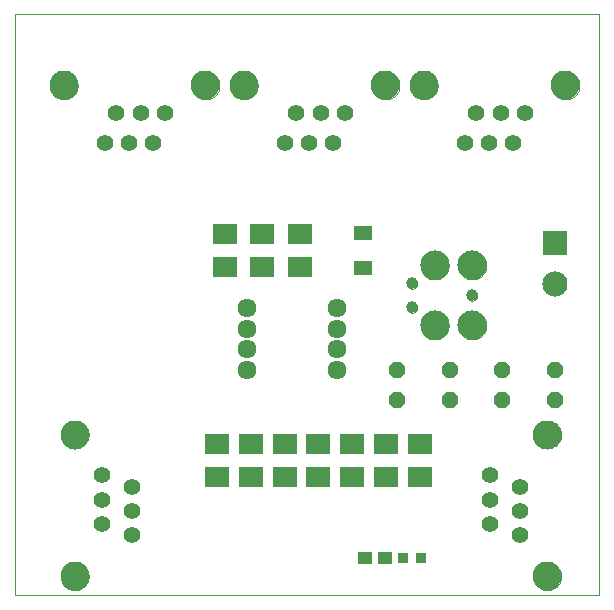
<source format=gts>
G75*
G70*
%OFA0B0*%
%FSLAX24Y24*%
%IPPOS*%
%LPD*%
%AMOC8*
5,1,8,0,0,1.08239X$1,22.5*
%
%ADD10C,0.0000*%
%ADD11OC8,0.0560*%
%ADD12R,0.0840X0.0840*%
%ADD13C,0.0840*%
%ADD14C,0.0555*%
%ADD15C,0.0969*%
%ADD16C,0.0634*%
%ADD17R,0.0827X0.0670*%
%ADD18R,0.0473X0.0434*%
%ADD19R,0.0355X0.0355*%
%ADD20C,0.0390*%
%ADD21C,0.0975*%
%ADD22R,0.0591X0.0512*%
D10*
X000483Y000350D02*
X000483Y019721D01*
X019978Y019721D01*
X019978Y000350D01*
X000483Y000350D01*
X002018Y000988D02*
X002020Y001031D01*
X002026Y001073D01*
X002036Y001115D01*
X002049Y001156D01*
X002067Y001195D01*
X002088Y001233D01*
X002112Y001268D01*
X002139Y001301D01*
X002170Y001332D01*
X002203Y001359D01*
X002238Y001383D01*
X002276Y001404D01*
X002315Y001422D01*
X002356Y001435D01*
X002398Y001445D01*
X002440Y001451D01*
X002483Y001453D01*
X002526Y001451D01*
X002568Y001445D01*
X002610Y001435D01*
X002651Y001422D01*
X002690Y001404D01*
X002728Y001383D01*
X002763Y001359D01*
X002796Y001332D01*
X002827Y001301D01*
X002854Y001268D01*
X002878Y001233D01*
X002899Y001195D01*
X002917Y001156D01*
X002930Y001115D01*
X002940Y001073D01*
X002946Y001031D01*
X002948Y000988D01*
X002946Y000945D01*
X002940Y000903D01*
X002930Y000861D01*
X002917Y000820D01*
X002899Y000781D01*
X002878Y000743D01*
X002854Y000708D01*
X002827Y000675D01*
X002796Y000644D01*
X002763Y000617D01*
X002728Y000593D01*
X002690Y000572D01*
X002651Y000554D01*
X002610Y000541D01*
X002568Y000531D01*
X002526Y000525D01*
X002483Y000523D01*
X002440Y000525D01*
X002398Y000531D01*
X002356Y000541D01*
X002315Y000554D01*
X002276Y000572D01*
X002238Y000593D01*
X002203Y000617D01*
X002170Y000644D01*
X002139Y000675D01*
X002112Y000708D01*
X002088Y000743D01*
X002067Y000781D01*
X002049Y000820D01*
X002036Y000861D01*
X002026Y000903D01*
X002020Y000945D01*
X002018Y000988D01*
X002018Y005712D02*
X002020Y005755D01*
X002026Y005797D01*
X002036Y005839D01*
X002049Y005880D01*
X002067Y005919D01*
X002088Y005957D01*
X002112Y005992D01*
X002139Y006025D01*
X002170Y006056D01*
X002203Y006083D01*
X002238Y006107D01*
X002276Y006128D01*
X002315Y006146D01*
X002356Y006159D01*
X002398Y006169D01*
X002440Y006175D01*
X002483Y006177D01*
X002526Y006175D01*
X002568Y006169D01*
X002610Y006159D01*
X002651Y006146D01*
X002690Y006128D01*
X002728Y006107D01*
X002763Y006083D01*
X002796Y006056D01*
X002827Y006025D01*
X002854Y005992D01*
X002878Y005957D01*
X002899Y005919D01*
X002917Y005880D01*
X002930Y005839D01*
X002940Y005797D01*
X002946Y005755D01*
X002948Y005712D01*
X002946Y005669D01*
X002940Y005627D01*
X002930Y005585D01*
X002917Y005544D01*
X002899Y005505D01*
X002878Y005467D01*
X002854Y005432D01*
X002827Y005399D01*
X002796Y005368D01*
X002763Y005341D01*
X002728Y005317D01*
X002690Y005296D01*
X002651Y005278D01*
X002610Y005265D01*
X002568Y005255D01*
X002526Y005249D01*
X002483Y005247D01*
X002440Y005249D01*
X002398Y005255D01*
X002356Y005265D01*
X002315Y005278D01*
X002276Y005296D01*
X002238Y005317D01*
X002203Y005341D01*
X002170Y005368D01*
X002139Y005399D01*
X002112Y005432D01*
X002088Y005467D01*
X002067Y005505D01*
X002049Y005544D01*
X002036Y005585D01*
X002026Y005627D01*
X002020Y005669D01*
X002018Y005712D01*
X013558Y009950D02*
X013560Y009976D01*
X013566Y010002D01*
X013575Y010026D01*
X013588Y010049D01*
X013605Y010069D01*
X013624Y010087D01*
X013646Y010102D01*
X013669Y010113D01*
X013694Y010121D01*
X013720Y010125D01*
X013746Y010125D01*
X013772Y010121D01*
X013797Y010113D01*
X013821Y010102D01*
X013842Y010087D01*
X013861Y010069D01*
X013878Y010049D01*
X013891Y010026D01*
X013900Y010002D01*
X013906Y009976D01*
X013908Y009950D01*
X013906Y009924D01*
X013900Y009898D01*
X013891Y009874D01*
X013878Y009851D01*
X013861Y009831D01*
X013842Y009813D01*
X013820Y009798D01*
X013797Y009787D01*
X013772Y009779D01*
X013746Y009775D01*
X013720Y009775D01*
X013694Y009779D01*
X013669Y009787D01*
X013645Y009798D01*
X013624Y009813D01*
X013605Y009831D01*
X013588Y009851D01*
X013575Y009874D01*
X013566Y009898D01*
X013560Y009924D01*
X013558Y009950D01*
X013558Y010750D02*
X013560Y010776D01*
X013566Y010802D01*
X013575Y010826D01*
X013588Y010849D01*
X013605Y010869D01*
X013624Y010887D01*
X013646Y010902D01*
X013669Y010913D01*
X013694Y010921D01*
X013720Y010925D01*
X013746Y010925D01*
X013772Y010921D01*
X013797Y010913D01*
X013821Y010902D01*
X013842Y010887D01*
X013861Y010869D01*
X013878Y010849D01*
X013891Y010826D01*
X013900Y010802D01*
X013906Y010776D01*
X013908Y010750D01*
X013906Y010724D01*
X013900Y010698D01*
X013891Y010674D01*
X013878Y010651D01*
X013861Y010631D01*
X013842Y010613D01*
X013820Y010598D01*
X013797Y010587D01*
X013772Y010579D01*
X013746Y010575D01*
X013720Y010575D01*
X013694Y010579D01*
X013669Y010587D01*
X013645Y010598D01*
X013624Y010613D01*
X013605Y010631D01*
X013588Y010651D01*
X013575Y010674D01*
X013566Y010698D01*
X013560Y010724D01*
X013558Y010750D01*
X014016Y011350D02*
X014018Y011393D01*
X014024Y011436D01*
X014034Y011478D01*
X014048Y011519D01*
X014065Y011558D01*
X014086Y011596D01*
X014110Y011631D01*
X014138Y011665D01*
X014168Y011695D01*
X014202Y011723D01*
X014237Y011747D01*
X014275Y011768D01*
X014314Y011785D01*
X014355Y011799D01*
X014397Y011809D01*
X014440Y011815D01*
X014483Y011817D01*
X014526Y011815D01*
X014569Y011809D01*
X014611Y011799D01*
X014652Y011785D01*
X014691Y011768D01*
X014729Y011747D01*
X014764Y011723D01*
X014798Y011695D01*
X014828Y011665D01*
X014856Y011631D01*
X014880Y011596D01*
X014901Y011558D01*
X014918Y011519D01*
X014932Y011478D01*
X014942Y011436D01*
X014948Y011393D01*
X014950Y011350D01*
X014948Y011307D01*
X014942Y011264D01*
X014932Y011222D01*
X014918Y011181D01*
X014901Y011142D01*
X014880Y011104D01*
X014856Y011069D01*
X014828Y011035D01*
X014798Y011005D01*
X014764Y010977D01*
X014729Y010953D01*
X014691Y010932D01*
X014652Y010915D01*
X014611Y010901D01*
X014569Y010891D01*
X014526Y010885D01*
X014483Y010883D01*
X014440Y010885D01*
X014397Y010891D01*
X014355Y010901D01*
X014314Y010915D01*
X014275Y010932D01*
X014237Y010953D01*
X014202Y010977D01*
X014168Y011005D01*
X014138Y011035D01*
X014110Y011069D01*
X014086Y011104D01*
X014065Y011142D01*
X014048Y011181D01*
X014034Y011222D01*
X014024Y011264D01*
X014018Y011307D01*
X014016Y011350D01*
X015266Y011350D02*
X015268Y011393D01*
X015274Y011436D01*
X015284Y011478D01*
X015298Y011519D01*
X015315Y011558D01*
X015336Y011596D01*
X015360Y011631D01*
X015388Y011665D01*
X015418Y011695D01*
X015452Y011723D01*
X015487Y011747D01*
X015525Y011768D01*
X015564Y011785D01*
X015605Y011799D01*
X015647Y011809D01*
X015690Y011815D01*
X015733Y011817D01*
X015776Y011815D01*
X015819Y011809D01*
X015861Y011799D01*
X015902Y011785D01*
X015941Y011768D01*
X015979Y011747D01*
X016014Y011723D01*
X016048Y011695D01*
X016078Y011665D01*
X016106Y011631D01*
X016130Y011596D01*
X016151Y011558D01*
X016168Y011519D01*
X016182Y011478D01*
X016192Y011436D01*
X016198Y011393D01*
X016200Y011350D01*
X016198Y011307D01*
X016192Y011264D01*
X016182Y011222D01*
X016168Y011181D01*
X016151Y011142D01*
X016130Y011104D01*
X016106Y011069D01*
X016078Y011035D01*
X016048Y011005D01*
X016014Y010977D01*
X015979Y010953D01*
X015941Y010932D01*
X015902Y010915D01*
X015861Y010901D01*
X015819Y010891D01*
X015776Y010885D01*
X015733Y010883D01*
X015690Y010885D01*
X015647Y010891D01*
X015605Y010901D01*
X015564Y010915D01*
X015525Y010932D01*
X015487Y010953D01*
X015452Y010977D01*
X015418Y011005D01*
X015388Y011035D01*
X015360Y011069D01*
X015336Y011104D01*
X015315Y011142D01*
X015298Y011181D01*
X015284Y011222D01*
X015274Y011264D01*
X015268Y011307D01*
X015266Y011350D01*
X015558Y010350D02*
X015560Y010376D01*
X015566Y010402D01*
X015575Y010426D01*
X015588Y010449D01*
X015605Y010469D01*
X015624Y010487D01*
X015646Y010502D01*
X015669Y010513D01*
X015694Y010521D01*
X015720Y010525D01*
X015746Y010525D01*
X015772Y010521D01*
X015797Y010513D01*
X015821Y010502D01*
X015842Y010487D01*
X015861Y010469D01*
X015878Y010449D01*
X015891Y010426D01*
X015900Y010402D01*
X015906Y010376D01*
X015908Y010350D01*
X015906Y010324D01*
X015900Y010298D01*
X015891Y010274D01*
X015878Y010251D01*
X015861Y010231D01*
X015842Y010213D01*
X015820Y010198D01*
X015797Y010187D01*
X015772Y010179D01*
X015746Y010175D01*
X015720Y010175D01*
X015694Y010179D01*
X015669Y010187D01*
X015645Y010198D01*
X015624Y010213D01*
X015605Y010231D01*
X015588Y010251D01*
X015575Y010274D01*
X015566Y010298D01*
X015560Y010324D01*
X015558Y010350D01*
X015266Y009350D02*
X015268Y009393D01*
X015274Y009436D01*
X015284Y009478D01*
X015298Y009519D01*
X015315Y009558D01*
X015336Y009596D01*
X015360Y009631D01*
X015388Y009665D01*
X015418Y009695D01*
X015452Y009723D01*
X015487Y009747D01*
X015525Y009768D01*
X015564Y009785D01*
X015605Y009799D01*
X015647Y009809D01*
X015690Y009815D01*
X015733Y009817D01*
X015776Y009815D01*
X015819Y009809D01*
X015861Y009799D01*
X015902Y009785D01*
X015941Y009768D01*
X015979Y009747D01*
X016014Y009723D01*
X016048Y009695D01*
X016078Y009665D01*
X016106Y009631D01*
X016130Y009596D01*
X016151Y009558D01*
X016168Y009519D01*
X016182Y009478D01*
X016192Y009436D01*
X016198Y009393D01*
X016200Y009350D01*
X016198Y009307D01*
X016192Y009264D01*
X016182Y009222D01*
X016168Y009181D01*
X016151Y009142D01*
X016130Y009104D01*
X016106Y009069D01*
X016078Y009035D01*
X016048Y009005D01*
X016014Y008977D01*
X015979Y008953D01*
X015941Y008932D01*
X015902Y008915D01*
X015861Y008901D01*
X015819Y008891D01*
X015776Y008885D01*
X015733Y008883D01*
X015690Y008885D01*
X015647Y008891D01*
X015605Y008901D01*
X015564Y008915D01*
X015525Y008932D01*
X015487Y008953D01*
X015452Y008977D01*
X015418Y009005D01*
X015388Y009035D01*
X015360Y009069D01*
X015336Y009104D01*
X015315Y009142D01*
X015298Y009181D01*
X015284Y009222D01*
X015274Y009264D01*
X015268Y009307D01*
X015266Y009350D01*
X014016Y009350D02*
X014018Y009393D01*
X014024Y009436D01*
X014034Y009478D01*
X014048Y009519D01*
X014065Y009558D01*
X014086Y009596D01*
X014110Y009631D01*
X014138Y009665D01*
X014168Y009695D01*
X014202Y009723D01*
X014237Y009747D01*
X014275Y009768D01*
X014314Y009785D01*
X014355Y009799D01*
X014397Y009809D01*
X014440Y009815D01*
X014483Y009817D01*
X014526Y009815D01*
X014569Y009809D01*
X014611Y009799D01*
X014652Y009785D01*
X014691Y009768D01*
X014729Y009747D01*
X014764Y009723D01*
X014798Y009695D01*
X014828Y009665D01*
X014856Y009631D01*
X014880Y009596D01*
X014901Y009558D01*
X014918Y009519D01*
X014932Y009478D01*
X014942Y009436D01*
X014948Y009393D01*
X014950Y009350D01*
X014948Y009307D01*
X014942Y009264D01*
X014932Y009222D01*
X014918Y009181D01*
X014901Y009142D01*
X014880Y009104D01*
X014856Y009069D01*
X014828Y009035D01*
X014798Y009005D01*
X014764Y008977D01*
X014729Y008953D01*
X014691Y008932D01*
X014652Y008915D01*
X014611Y008901D01*
X014569Y008891D01*
X014526Y008885D01*
X014483Y008883D01*
X014440Y008885D01*
X014397Y008891D01*
X014355Y008901D01*
X014314Y008915D01*
X014275Y008932D01*
X014237Y008953D01*
X014202Y008977D01*
X014168Y009005D01*
X014138Y009035D01*
X014110Y009069D01*
X014086Y009104D01*
X014065Y009142D01*
X014048Y009181D01*
X014034Y009222D01*
X014024Y009264D01*
X014018Y009307D01*
X014016Y009350D01*
X017768Y005712D02*
X017770Y005755D01*
X017776Y005797D01*
X017786Y005839D01*
X017799Y005880D01*
X017817Y005919D01*
X017838Y005957D01*
X017862Y005992D01*
X017889Y006025D01*
X017920Y006056D01*
X017953Y006083D01*
X017988Y006107D01*
X018026Y006128D01*
X018065Y006146D01*
X018106Y006159D01*
X018148Y006169D01*
X018190Y006175D01*
X018233Y006177D01*
X018276Y006175D01*
X018318Y006169D01*
X018360Y006159D01*
X018401Y006146D01*
X018440Y006128D01*
X018478Y006107D01*
X018513Y006083D01*
X018546Y006056D01*
X018577Y006025D01*
X018604Y005992D01*
X018628Y005957D01*
X018649Y005919D01*
X018667Y005880D01*
X018680Y005839D01*
X018690Y005797D01*
X018696Y005755D01*
X018698Y005712D01*
X018696Y005669D01*
X018690Y005627D01*
X018680Y005585D01*
X018667Y005544D01*
X018649Y005505D01*
X018628Y005467D01*
X018604Y005432D01*
X018577Y005399D01*
X018546Y005368D01*
X018513Y005341D01*
X018478Y005317D01*
X018440Y005296D01*
X018401Y005278D01*
X018360Y005265D01*
X018318Y005255D01*
X018276Y005249D01*
X018233Y005247D01*
X018190Y005249D01*
X018148Y005255D01*
X018106Y005265D01*
X018065Y005278D01*
X018026Y005296D01*
X017988Y005317D01*
X017953Y005341D01*
X017920Y005368D01*
X017889Y005399D01*
X017862Y005432D01*
X017838Y005467D01*
X017817Y005505D01*
X017799Y005544D01*
X017786Y005585D01*
X017776Y005627D01*
X017770Y005669D01*
X017768Y005712D01*
X017768Y000988D02*
X017770Y001031D01*
X017776Y001073D01*
X017786Y001115D01*
X017799Y001156D01*
X017817Y001195D01*
X017838Y001233D01*
X017862Y001268D01*
X017889Y001301D01*
X017920Y001332D01*
X017953Y001359D01*
X017988Y001383D01*
X018026Y001404D01*
X018065Y001422D01*
X018106Y001435D01*
X018148Y001445D01*
X018190Y001451D01*
X018233Y001453D01*
X018276Y001451D01*
X018318Y001445D01*
X018360Y001435D01*
X018401Y001422D01*
X018440Y001404D01*
X018478Y001383D01*
X018513Y001359D01*
X018546Y001332D01*
X018577Y001301D01*
X018604Y001268D01*
X018628Y001233D01*
X018649Y001195D01*
X018667Y001156D01*
X018680Y001115D01*
X018690Y001073D01*
X018696Y001031D01*
X018698Y000988D01*
X018696Y000945D01*
X018690Y000903D01*
X018680Y000861D01*
X018667Y000820D01*
X018649Y000781D01*
X018628Y000743D01*
X018604Y000708D01*
X018577Y000675D01*
X018546Y000644D01*
X018513Y000617D01*
X018478Y000593D01*
X018440Y000572D01*
X018401Y000554D01*
X018360Y000541D01*
X018318Y000531D01*
X018276Y000525D01*
X018233Y000523D01*
X018190Y000525D01*
X018148Y000531D01*
X018106Y000541D01*
X018065Y000554D01*
X018026Y000572D01*
X017988Y000593D01*
X017953Y000617D01*
X017920Y000644D01*
X017889Y000675D01*
X017862Y000708D01*
X017838Y000743D01*
X017817Y000781D01*
X017799Y000820D01*
X017786Y000861D01*
X017776Y000903D01*
X017770Y000945D01*
X017768Y000988D01*
X018380Y017350D02*
X018382Y017393D01*
X018388Y017435D01*
X018398Y017477D01*
X018411Y017518D01*
X018429Y017557D01*
X018450Y017595D01*
X018474Y017630D01*
X018501Y017663D01*
X018532Y017694D01*
X018565Y017721D01*
X018600Y017745D01*
X018638Y017766D01*
X018677Y017784D01*
X018718Y017797D01*
X018760Y017807D01*
X018802Y017813D01*
X018845Y017815D01*
X018888Y017813D01*
X018930Y017807D01*
X018972Y017797D01*
X019013Y017784D01*
X019052Y017766D01*
X019090Y017745D01*
X019125Y017721D01*
X019158Y017694D01*
X019189Y017663D01*
X019216Y017630D01*
X019240Y017595D01*
X019261Y017557D01*
X019279Y017518D01*
X019292Y017477D01*
X019302Y017435D01*
X019308Y017393D01*
X019310Y017350D01*
X019308Y017307D01*
X019302Y017265D01*
X019292Y017223D01*
X019279Y017182D01*
X019261Y017143D01*
X019240Y017105D01*
X019216Y017070D01*
X019189Y017037D01*
X019158Y017006D01*
X019125Y016979D01*
X019090Y016955D01*
X019052Y016934D01*
X019013Y016916D01*
X018972Y016903D01*
X018930Y016893D01*
X018888Y016887D01*
X018845Y016885D01*
X018802Y016887D01*
X018760Y016893D01*
X018718Y016903D01*
X018677Y016916D01*
X018638Y016934D01*
X018600Y016955D01*
X018565Y016979D01*
X018532Y017006D01*
X018501Y017037D01*
X018474Y017070D01*
X018450Y017105D01*
X018429Y017143D01*
X018411Y017182D01*
X018398Y017223D01*
X018388Y017265D01*
X018382Y017307D01*
X018380Y017350D01*
X013655Y017350D02*
X013657Y017393D01*
X013663Y017435D01*
X013673Y017477D01*
X013686Y017518D01*
X013704Y017557D01*
X013725Y017595D01*
X013749Y017630D01*
X013776Y017663D01*
X013807Y017694D01*
X013840Y017721D01*
X013875Y017745D01*
X013913Y017766D01*
X013952Y017784D01*
X013993Y017797D01*
X014035Y017807D01*
X014077Y017813D01*
X014120Y017815D01*
X014163Y017813D01*
X014205Y017807D01*
X014247Y017797D01*
X014288Y017784D01*
X014327Y017766D01*
X014365Y017745D01*
X014400Y017721D01*
X014433Y017694D01*
X014464Y017663D01*
X014491Y017630D01*
X014515Y017595D01*
X014536Y017557D01*
X014554Y017518D01*
X014567Y017477D01*
X014577Y017435D01*
X014583Y017393D01*
X014585Y017350D01*
X014583Y017307D01*
X014577Y017265D01*
X014567Y017223D01*
X014554Y017182D01*
X014536Y017143D01*
X014515Y017105D01*
X014491Y017070D01*
X014464Y017037D01*
X014433Y017006D01*
X014400Y016979D01*
X014365Y016955D01*
X014327Y016934D01*
X014288Y016916D01*
X014247Y016903D01*
X014205Y016893D01*
X014163Y016887D01*
X014120Y016885D01*
X014077Y016887D01*
X014035Y016893D01*
X013993Y016903D01*
X013952Y016916D01*
X013913Y016934D01*
X013875Y016955D01*
X013840Y016979D01*
X013807Y017006D01*
X013776Y017037D01*
X013749Y017070D01*
X013725Y017105D01*
X013704Y017143D01*
X013686Y017182D01*
X013673Y017223D01*
X013663Y017265D01*
X013657Y017307D01*
X013655Y017350D01*
X012380Y017350D02*
X012382Y017393D01*
X012388Y017435D01*
X012398Y017477D01*
X012411Y017518D01*
X012429Y017557D01*
X012450Y017595D01*
X012474Y017630D01*
X012501Y017663D01*
X012532Y017694D01*
X012565Y017721D01*
X012600Y017745D01*
X012638Y017766D01*
X012677Y017784D01*
X012718Y017797D01*
X012760Y017807D01*
X012802Y017813D01*
X012845Y017815D01*
X012888Y017813D01*
X012930Y017807D01*
X012972Y017797D01*
X013013Y017784D01*
X013052Y017766D01*
X013090Y017745D01*
X013125Y017721D01*
X013158Y017694D01*
X013189Y017663D01*
X013216Y017630D01*
X013240Y017595D01*
X013261Y017557D01*
X013279Y017518D01*
X013292Y017477D01*
X013302Y017435D01*
X013308Y017393D01*
X013310Y017350D01*
X013308Y017307D01*
X013302Y017265D01*
X013292Y017223D01*
X013279Y017182D01*
X013261Y017143D01*
X013240Y017105D01*
X013216Y017070D01*
X013189Y017037D01*
X013158Y017006D01*
X013125Y016979D01*
X013090Y016955D01*
X013052Y016934D01*
X013013Y016916D01*
X012972Y016903D01*
X012930Y016893D01*
X012888Y016887D01*
X012845Y016885D01*
X012802Y016887D01*
X012760Y016893D01*
X012718Y016903D01*
X012677Y016916D01*
X012638Y016934D01*
X012600Y016955D01*
X012565Y016979D01*
X012532Y017006D01*
X012501Y017037D01*
X012474Y017070D01*
X012450Y017105D01*
X012429Y017143D01*
X012411Y017182D01*
X012398Y017223D01*
X012388Y017265D01*
X012382Y017307D01*
X012380Y017350D01*
X007655Y017350D02*
X007657Y017393D01*
X007663Y017435D01*
X007673Y017477D01*
X007686Y017518D01*
X007704Y017557D01*
X007725Y017595D01*
X007749Y017630D01*
X007776Y017663D01*
X007807Y017694D01*
X007840Y017721D01*
X007875Y017745D01*
X007913Y017766D01*
X007952Y017784D01*
X007993Y017797D01*
X008035Y017807D01*
X008077Y017813D01*
X008120Y017815D01*
X008163Y017813D01*
X008205Y017807D01*
X008247Y017797D01*
X008288Y017784D01*
X008327Y017766D01*
X008365Y017745D01*
X008400Y017721D01*
X008433Y017694D01*
X008464Y017663D01*
X008491Y017630D01*
X008515Y017595D01*
X008536Y017557D01*
X008554Y017518D01*
X008567Y017477D01*
X008577Y017435D01*
X008583Y017393D01*
X008585Y017350D01*
X008583Y017307D01*
X008577Y017265D01*
X008567Y017223D01*
X008554Y017182D01*
X008536Y017143D01*
X008515Y017105D01*
X008491Y017070D01*
X008464Y017037D01*
X008433Y017006D01*
X008400Y016979D01*
X008365Y016955D01*
X008327Y016934D01*
X008288Y016916D01*
X008247Y016903D01*
X008205Y016893D01*
X008163Y016887D01*
X008120Y016885D01*
X008077Y016887D01*
X008035Y016893D01*
X007993Y016903D01*
X007952Y016916D01*
X007913Y016934D01*
X007875Y016955D01*
X007840Y016979D01*
X007807Y017006D01*
X007776Y017037D01*
X007749Y017070D01*
X007725Y017105D01*
X007704Y017143D01*
X007686Y017182D01*
X007673Y017223D01*
X007663Y017265D01*
X007657Y017307D01*
X007655Y017350D01*
X006380Y017350D02*
X006382Y017393D01*
X006388Y017435D01*
X006398Y017477D01*
X006411Y017518D01*
X006429Y017557D01*
X006450Y017595D01*
X006474Y017630D01*
X006501Y017663D01*
X006532Y017694D01*
X006565Y017721D01*
X006600Y017745D01*
X006638Y017766D01*
X006677Y017784D01*
X006718Y017797D01*
X006760Y017807D01*
X006802Y017813D01*
X006845Y017815D01*
X006888Y017813D01*
X006930Y017807D01*
X006972Y017797D01*
X007013Y017784D01*
X007052Y017766D01*
X007090Y017745D01*
X007125Y017721D01*
X007158Y017694D01*
X007189Y017663D01*
X007216Y017630D01*
X007240Y017595D01*
X007261Y017557D01*
X007279Y017518D01*
X007292Y017477D01*
X007302Y017435D01*
X007308Y017393D01*
X007310Y017350D01*
X007308Y017307D01*
X007302Y017265D01*
X007292Y017223D01*
X007279Y017182D01*
X007261Y017143D01*
X007240Y017105D01*
X007216Y017070D01*
X007189Y017037D01*
X007158Y017006D01*
X007125Y016979D01*
X007090Y016955D01*
X007052Y016934D01*
X007013Y016916D01*
X006972Y016903D01*
X006930Y016893D01*
X006888Y016887D01*
X006845Y016885D01*
X006802Y016887D01*
X006760Y016893D01*
X006718Y016903D01*
X006677Y016916D01*
X006638Y016934D01*
X006600Y016955D01*
X006565Y016979D01*
X006532Y017006D01*
X006501Y017037D01*
X006474Y017070D01*
X006450Y017105D01*
X006429Y017143D01*
X006411Y017182D01*
X006398Y017223D01*
X006388Y017265D01*
X006382Y017307D01*
X006380Y017350D01*
X001655Y017350D02*
X001657Y017393D01*
X001663Y017435D01*
X001673Y017477D01*
X001686Y017518D01*
X001704Y017557D01*
X001725Y017595D01*
X001749Y017630D01*
X001776Y017663D01*
X001807Y017694D01*
X001840Y017721D01*
X001875Y017745D01*
X001913Y017766D01*
X001952Y017784D01*
X001993Y017797D01*
X002035Y017807D01*
X002077Y017813D01*
X002120Y017815D01*
X002163Y017813D01*
X002205Y017807D01*
X002247Y017797D01*
X002288Y017784D01*
X002327Y017766D01*
X002365Y017745D01*
X002400Y017721D01*
X002433Y017694D01*
X002464Y017663D01*
X002491Y017630D01*
X002515Y017595D01*
X002536Y017557D01*
X002554Y017518D01*
X002567Y017477D01*
X002577Y017435D01*
X002583Y017393D01*
X002585Y017350D01*
X002583Y017307D01*
X002577Y017265D01*
X002567Y017223D01*
X002554Y017182D01*
X002536Y017143D01*
X002515Y017105D01*
X002491Y017070D01*
X002464Y017037D01*
X002433Y017006D01*
X002400Y016979D01*
X002365Y016955D01*
X002327Y016934D01*
X002288Y016916D01*
X002247Y016903D01*
X002205Y016893D01*
X002163Y016887D01*
X002120Y016885D01*
X002077Y016887D01*
X002035Y016893D01*
X001993Y016903D01*
X001952Y016916D01*
X001913Y016934D01*
X001875Y016955D01*
X001840Y016979D01*
X001807Y017006D01*
X001776Y017037D01*
X001749Y017070D01*
X001725Y017105D01*
X001704Y017143D01*
X001686Y017182D01*
X001673Y017223D01*
X001663Y017265D01*
X001657Y017307D01*
X001655Y017350D01*
D11*
X013233Y007850D03*
X013233Y006850D03*
X014983Y006850D03*
X014983Y007850D03*
X016733Y007850D03*
X016733Y006850D03*
X018483Y006850D03*
X018483Y007850D03*
D12*
X018483Y012100D03*
D13*
X018483Y010722D03*
D14*
X017089Y015444D03*
X016286Y015444D03*
X015483Y015444D03*
X015876Y016444D03*
X016679Y016444D03*
X017483Y016444D03*
X011483Y016444D03*
X010679Y016444D03*
X009876Y016444D03*
X009483Y015444D03*
X010286Y015444D03*
X011089Y015444D03*
X005483Y016444D03*
X004679Y016444D03*
X003876Y016444D03*
X003483Y015444D03*
X004286Y015444D03*
X005089Y015444D03*
X003388Y004350D03*
X003388Y003547D03*
X003388Y002744D03*
X004388Y002350D03*
X004388Y003153D03*
X004388Y003956D03*
X016327Y004350D03*
X016327Y003547D03*
X016327Y002744D03*
X017327Y002350D03*
X017327Y003153D03*
X017327Y003956D03*
D15*
X018233Y005712D03*
X018233Y000988D03*
X002483Y000988D03*
X002483Y005712D03*
X002120Y017350D03*
X006845Y017350D03*
X008120Y017350D03*
X012845Y017350D03*
X014120Y017350D03*
X018845Y017350D03*
D16*
X011233Y009931D03*
X011233Y009244D03*
X011233Y008556D03*
X011233Y007869D03*
X008233Y007869D03*
X008233Y008556D03*
X008233Y009244D03*
X008233Y009931D03*
D17*
X008733Y011299D03*
X008733Y012401D03*
X009983Y012401D03*
X009983Y011299D03*
X007483Y011299D03*
X007483Y012401D03*
X007233Y005401D03*
X007233Y004299D03*
X008358Y004299D03*
X009483Y004299D03*
X009483Y005401D03*
X008358Y005401D03*
X010608Y005401D03*
X011733Y005401D03*
X011733Y004299D03*
X010608Y004299D03*
X012858Y004299D03*
X013983Y004299D03*
X013983Y005401D03*
X012858Y005401D03*
D18*
X012817Y001600D03*
X012148Y001600D03*
D19*
X013437Y001600D03*
X014028Y001600D03*
D20*
X013733Y009950D03*
X013733Y010750D03*
X015733Y010350D03*
D21*
X015733Y009350D03*
X014483Y009350D03*
X014483Y011350D03*
X015733Y011350D03*
D22*
X012108Y011259D03*
X012108Y012441D03*
M02*

</source>
